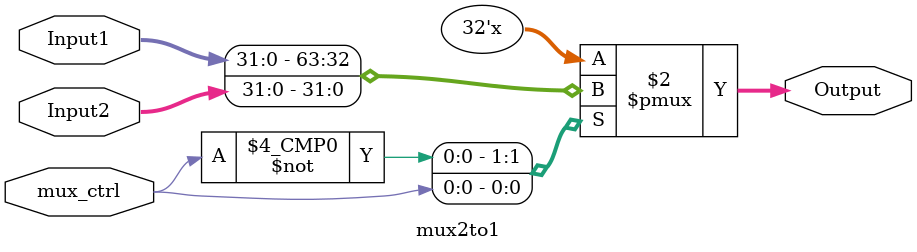
<source format=v>


module mux2to1  ( input wire mux_ctrl , input wire [31:0] Input1 ,input wire [31:0] Input2  , output reg [31:0] Output ) ;

always @ ( Input1 or Input2 or mux_ctrl )
begin 
  case (mux_ctrl)

0:
begin
Output = Input1 ;
end

1:
begin
Output = Input2 ;
end

endcase 

end

endmodule 
</source>
